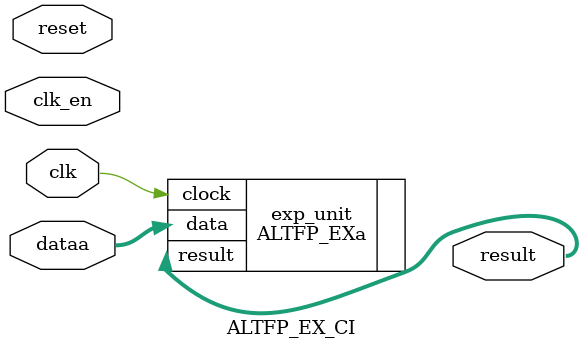
<source format=v>
/*
module ALTFP_EX_CI(clk,
                   reset,
                   dataa,
                   clk_en,
                   result);

										
  input clk;
  input reset;
  input [31:0] dataa; 
  input clk_en;
  output [31:0] result;

  ALTFP_EXa ALTFP_EXa_inst (
				.clock (clk),
				.data (data),
				.result (result));
  
endmodule
*/


module ALTFP_EX_CI(
		clk, // CPU system clock (required for multicycle or extended multicycle)
		reset, // CPU master asynchronous active high reset
		// (required for multicycle or extended multicycle)
		clk_en,// Clock-qualifier (required for multicycle or extended multicycle)
		dataa, // Operand A (always required)
		result // Result (always required)
);

input clk;
input reset;
input clk_en;
input [31:0] dataa;
output [31:0] result;

	ALTFP_EXa exp_unit (
		.clock(clk),
		.data(dataa),
		.result(result));

endmodule
</source>
